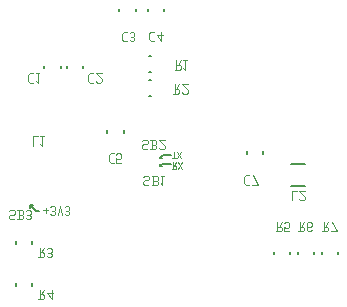
<source format=gbo>
G04 start of page 12 for group -4078 idx -4078 *
G04 Title: (unknown), bottomsilk *
G04 Creator: pcb 20140316 *
G04 CreationDate: Sun 17 Jul 2016 04:20:40 PM GMT UTC *
G04 For: dev *
G04 Format: Gerber/RS-274X *
G04 PCB-Dimensions (mil): 1560.00 1560.00 *
G04 PCB-Coordinate-Origin: lower left *
%MOIN*%
%FSLAX25Y25*%
%LNBOTTOMSILK*%
%ADD132C,0.0080*%
%ADD131C,0.0040*%
%ADD130C,0.0050*%
G54D130*X24000Y61000D02*X26000Y59000D01*
X27000D01*
X24000Y61000D02*Y60000D01*
Y61000D02*X25000D01*
X67500Y76500D02*X68500Y77500D01*
X71000D01*
X67500Y76500D02*X68000D01*
X67500D02*Y77000D01*
Y74000D02*X68000Y74500D01*
X71000D01*
X67500Y74000D02*X68000D01*
X67500D02*Y74500D01*
G54D131*X71500Y76520D02*X72540D01*
X72020D02*Y78600D01*
X73164D02*X74464Y76520D01*
X73164D02*X74464Y78600D01*
X71500Y73030D02*X72560D01*
X72825Y73295D01*
Y73825D01*
X72560Y74090D02*X72825Y73825D01*
X71765Y74090D02*X72560D01*
X71765Y73030D02*Y75150D01*
X72189Y74090D02*X72825Y75150D01*
X73461D02*X74786Y73030D01*
X73461D02*X74786Y75150D01*
X28500Y59220D02*X29980D01*
X29240Y58480D02*Y59960D01*
X30868Y58110D02*X31238Y57740D01*
X31978D01*
X32348Y58110D01*
X31978Y60700D02*X32348Y60330D01*
X31238Y60700D02*X31978D01*
X30868Y60330D02*X31238Y60700D01*
Y59072D02*X31978D01*
X32348Y58110D02*Y58702D01*
Y59442D02*Y60330D01*
Y59442D02*X31978Y59072D01*
X32348Y58702D02*X31978Y59072D01*
X33236Y57740D02*X33976Y60700D01*
X34716Y57740D01*
X35604Y58110D02*X35974Y57740D01*
X36714D01*
X37084Y58110D01*
X36714Y60700D02*X37084Y60330D01*
X35974Y60700D02*X36714D01*
X35604Y60330D02*X35974Y60700D01*
Y59072D02*X36714D01*
X37084Y58110D02*Y58702D01*
Y59442D02*Y60330D01*
Y59442D02*X36714Y59072D01*
X37084Y58702D02*X36714Y59072D01*
G54D132*X49745Y85893D02*Y85107D01*
X55255Y85893D02*Y85107D01*
X111138Y67260D02*X115862D01*
X111138Y74740D02*X115862D01*
X113245Y45393D02*Y44607D01*
X118755Y45393D02*Y44607D01*
X105245Y45307D02*Y44521D01*
X110755Y45307D02*Y44521D01*
X121245Y45307D02*Y44521D01*
X126755Y45307D02*Y44521D01*
X19245Y34893D02*Y34107D01*
X24755Y34893D02*Y34107D01*
X19245Y48893D02*Y48107D01*
X24755Y48893D02*Y48107D01*
X63607Y97245D02*X64393D01*
X63607Y102755D02*X64393D01*
X96245Y78893D02*Y78107D01*
X101755Y78893D02*Y78107D01*
X59374Y126293D02*Y125507D01*
X53864Y126293D02*Y125507D01*
X36245Y107393D02*Y106607D01*
X41755Y107393D02*Y106607D01*
X63607Y105245D02*X64393D01*
X63607Y110755D02*X64393D01*
X68755Y126393D02*Y125607D01*
X63245Y126393D02*Y125607D01*
X28745Y107393D02*Y106607D01*
X34255Y107393D02*Y106607D01*
G54D131*X62890Y79620D02*X63275Y80005D01*
X61735Y79620D02*X62890D01*
X61350Y80005D02*X61735Y79620D01*
X61350Y80005D02*Y80775D01*
X61735Y81160D01*
X62890D01*
X63275Y81545D01*
Y82315D01*
X62890Y82700D02*X63275Y82315D01*
X61735Y82700D02*X62890D01*
X61350Y82315D02*X61735Y82700D01*
X64199D02*X65739D01*
X66124Y82315D01*
Y81391D02*Y82315D01*
X65739Y81006D02*X66124Y81391D01*
X64584Y81006D02*X65739D01*
X64584Y79620D02*Y82700D01*
X64199Y79620D02*X65739D01*
X66124Y80005D01*
Y80621D01*
X65739Y81006D02*X66124Y80621D01*
X67048Y80005D02*X67433Y79620D01*
X68588D01*
X68973Y80005D01*
Y80775D01*
X67048Y82700D02*X68973Y80775D01*
X67048Y82700D02*X68973D01*
X63390Y67620D02*X63775Y68005D01*
X62235Y67620D02*X63390D01*
X61850Y68005D02*X62235Y67620D01*
X61850Y68005D02*Y68775D01*
X62235Y69160D01*
X63390D01*
X63775Y69545D01*
Y70315D01*
X63390Y70700D02*X63775Y70315D01*
X62235Y70700D02*X63390D01*
X61850Y70315D02*X62235Y70700D01*
X64699D02*X66239D01*
X66624Y70315D01*
Y69391D02*Y70315D01*
X66239Y69006D02*X66624Y69391D01*
X65084Y69006D02*X66239D01*
X65084Y67620D02*Y70700D01*
X64699Y67620D02*X66239D01*
X66624Y68005D01*
Y68621D01*
X66239Y69006D02*X66624Y68621D01*
X67548Y68236D02*X68164Y67620D01*
Y70700D01*
X67548D02*X68703D01*
X25000Y80770D02*Y83850D01*
X26540D01*
X27464Y81386D02*X28080Y80770D01*
Y83850D01*
X27464D02*X28619D01*
X26850Y29620D02*X28390D01*
X28775Y30005D01*
Y30775D01*
X28390Y31160D02*X28775Y30775D01*
X27235Y31160D02*X28390D01*
X27235Y29620D02*Y32700D01*
X27851Y31160D02*X28775Y32700D01*
X29699Y31545D02*X31239Y29620D01*
X29699Y31545D02*X31624D01*
X31239Y29620D02*Y32700D01*
X26850Y43620D02*X28390D01*
X28775Y44005D01*
Y44775D01*
X28390Y45160D02*X28775Y44775D01*
X27235Y45160D02*X28390D01*
X27235Y43620D02*Y46700D01*
X27851Y45160D02*X28775Y46700D01*
X29699Y44005D02*X30084Y43620D01*
X30854D01*
X31239Y44005D01*
X30854Y46700D02*X31239Y46315D01*
X30084Y46700D02*X30854D01*
X29699Y46315D02*X30084Y46700D01*
Y45006D02*X30854D01*
X31239Y44005D02*Y44621D01*
Y45391D02*Y46315D01*
Y45391D02*X30854Y45006D01*
X31239Y44621D02*X30854Y45006D01*
X50889Y78200D02*X51890D01*
X50350Y77661D02*X50889Y78200D01*
X50350Y75659D02*Y77661D01*
Y75659D02*X50889Y75120D01*
X51890D01*
X52814D02*X54354D01*
X52814D02*Y76660D01*
X53199Y76275D01*
X53969D01*
X54354Y76660D01*
Y77815D01*
X53969Y78200D02*X54354Y77815D01*
X53199Y78200D02*X53969D01*
X52814Y77815D02*X53199Y78200D01*
X18540Y56270D02*X18925Y56655D01*
X17385Y56270D02*X18540D01*
X17000Y56655D02*X17385Y56270D01*
X17000Y56655D02*Y57425D01*
X17385Y57810D01*
X18540D01*
X18925Y58195D01*
Y58965D01*
X18540Y59350D02*X18925Y58965D01*
X17385Y59350D02*X18540D01*
X17000Y58965D02*X17385Y59350D01*
X19849D02*X21389D01*
X21774Y58965D01*
Y58041D02*Y58965D01*
X21389Y57656D02*X21774Y58041D01*
X20234Y57656D02*X21389D01*
X20234Y56270D02*Y59350D01*
X19849Y56270D02*X21389D01*
X21774Y56655D01*
Y57271D01*
X21389Y57656D02*X21774Y57271D01*
X22698Y56655D02*X23083Y56270D01*
X23853D01*
X24238Y56655D01*
X23853Y59350D02*X24238Y58965D01*
X23083Y59350D02*X23853D01*
X22698Y58965D02*X23083Y59350D01*
Y57656D02*X23853D01*
X24238Y56655D02*Y57271D01*
Y58041D02*Y58965D01*
Y58041D02*X23853Y57656D01*
X24238Y57271D02*X23853Y57656D01*
X121500Y52270D02*X123040D01*
X123425Y52655D01*
Y53425D01*
X123040Y53810D02*X123425Y53425D01*
X121885Y53810D02*X123040D01*
X121885Y52270D02*Y55350D01*
X122501Y53810D02*X123425Y55350D01*
X124734D02*X126274Y52270D01*
X124349D02*X126274D01*
X113500D02*X115040D01*
X115425Y52655D01*
Y53425D01*
X115040Y53810D02*X115425Y53425D01*
X113885Y53810D02*X115040D01*
X113885Y52270D02*Y55350D01*
X114501Y53810D02*X115425Y55350D01*
X117504Y52270D02*X117889Y52655D01*
X116734Y52270D02*X117504D01*
X116349Y52655D02*X116734Y52270D01*
X116349Y52655D02*Y54965D01*
X116734Y55350D01*
X117504Y53656D02*X117889Y54041D01*
X116349Y53656D02*X117504D01*
X116734Y55350D02*X117504D01*
X117889Y54965D01*
Y54041D02*Y54965D01*
X106000Y52270D02*X107540D01*
X107925Y52655D01*
Y53425D01*
X107540Y53810D02*X107925Y53425D01*
X106385Y53810D02*X107540D01*
X106385Y52270D02*Y55350D01*
X107001Y53810D02*X107925Y55350D01*
X108849Y52270D02*X110389D01*
X108849D02*Y53810D01*
X109234Y53425D01*
X110004D01*
X110389Y53810D01*
Y54965D01*
X110004Y55350D02*X110389Y54965D01*
X109234Y55350D02*X110004D01*
X108849Y54965D02*X109234Y55350D01*
X111350Y62620D02*Y65700D01*
X112890D01*
X113814Y63005D02*X114199Y62620D01*
X115354D01*
X115739Y63005D01*
Y63775D01*
X113814Y65700D02*X115739Y63775D01*
X113814Y65700D02*X115739D01*
X96039Y70850D02*X97040D01*
X95500Y70311D02*X96039Y70850D01*
X95500Y68309D02*Y70311D01*
Y68309D02*X96039Y67770D01*
X97040D01*
X98349Y70850D02*X99889Y67770D01*
X97964D02*X99889D01*
X24039Y104850D02*X25040D01*
X23500Y104311D02*X24039Y104850D01*
X23500Y102309D02*Y104311D01*
Y102309D02*X24039Y101770D01*
X25040D01*
X25964Y102386D02*X26580Y101770D01*
Y104850D01*
X25964D02*X27119D01*
X44039D02*X45040D01*
X43500Y104311D02*X44039Y104850D01*
X43500Y102309D02*Y104311D01*
Y102309D02*X44039Y101770D01*
X45040D01*
X45964Y102155D02*X46349Y101770D01*
X47504D01*
X47889Y102155D01*
Y102925D01*
X45964Y104850D02*X47889Y102925D01*
X45964Y104850D02*X47889D01*
X71850Y98120D02*X73390D01*
X73775Y98505D01*
Y99275D01*
X73390Y99660D02*X73775Y99275D01*
X72235Y99660D02*X73390D01*
X72235Y98120D02*Y101200D01*
X72851Y99660D02*X73775Y101200D01*
X74699Y98505D02*X75084Y98120D01*
X76239D01*
X76624Y98505D01*
Y99275D01*
X74699Y101200D02*X76624Y99275D01*
X74699Y101200D02*X76624D01*
X72350Y106120D02*X73890D01*
X74275Y106505D01*
Y107275D01*
X73890Y107660D02*X74275Y107275D01*
X72735Y107660D02*X73890D01*
X72735Y106120D02*Y109200D01*
X73351Y107660D02*X74275Y109200D01*
X75199Y106736D02*X75815Y106120D01*
Y109200D01*
X75199D02*X76354D01*
X64389Y118700D02*X65390D01*
X63850Y118161D02*X64389Y118700D01*
X63850Y116159D02*Y118161D01*
Y116159D02*X64389Y115620D01*
X65390D01*
X66314Y117545D02*X67854Y115620D01*
X66314Y117545D02*X68239D01*
X67854Y115620D02*Y118700D01*
X55289Y118581D02*X56290D01*
X54750Y118042D02*X55289Y118581D01*
X54750Y116040D02*Y118042D01*
Y116040D02*X55289Y115501D01*
X56290D01*
X57214Y115886D02*X57599Y115501D01*
X58369D01*
X58754Y115886D01*
X58369Y118581D02*X58754Y118196D01*
X57599Y118581D02*X58369D01*
X57214Y118196D02*X57599Y118581D01*
Y116887D02*X58369D01*
X58754Y115886D02*Y116502D01*
Y117272D02*Y118196D01*
Y117272D02*X58369Y116887D01*
X58754Y116502D02*X58369Y116887D01*
M02*

</source>
